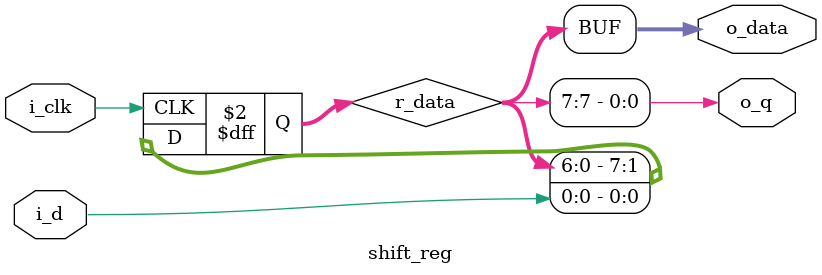
<source format=v>
`timescale 1ns/1ns

module shift_reg
    (
        input i_clk, //Ê±ÖÓÄÜÐÅºÅ
        input i_d, //Êý¾ÝÊäÈë 
        
        output  o_q, //´®ÐÐÊý¾ÝÕýÊä³ö
        output [7 : 0]  o_data //²¢ÐÐÊý¾ÝÊä³ö
    );
    
    //¶¨ÒåÊä³öÐÅºÅo_dataµÄ»º´æ
    reg  r_q;
    reg [7 : 0] r_data;
    
    assign o_q = r_data[7]; //×óÒÆ£¬Ã¿´Î¶¼Êä³ö¼Ä´æÆ÷µÄ×î¸ßÎ»
    //assign o_q = r_data[0]; //ÓÒÒÆ£¬Ã¿´Î¶¼Êä³ö¼Ä´æÆ÷µÄ×îµÍÎ»
    assign o_data = r_data;
    
    //¸ù¾ÝJK´¥·¢Æ÷µÄ×´Ì¬×ª»¯¹æÔò£¬ÊµÏÖJK´¥·¢Æ÷½¨Ä£
    always @(posedge i_clk) 
    begin 
        r_data <= {r_data[6 : 0], i_d};  //×óÒÆ²Ù×÷      
        //r_data <= {i_d, r_data[7 : 1]};  //ÓÒÒÆ²Ù×÷       
	end
    
endmodule
// END OF shift_reg.v FILE ***************************************************




</source>
